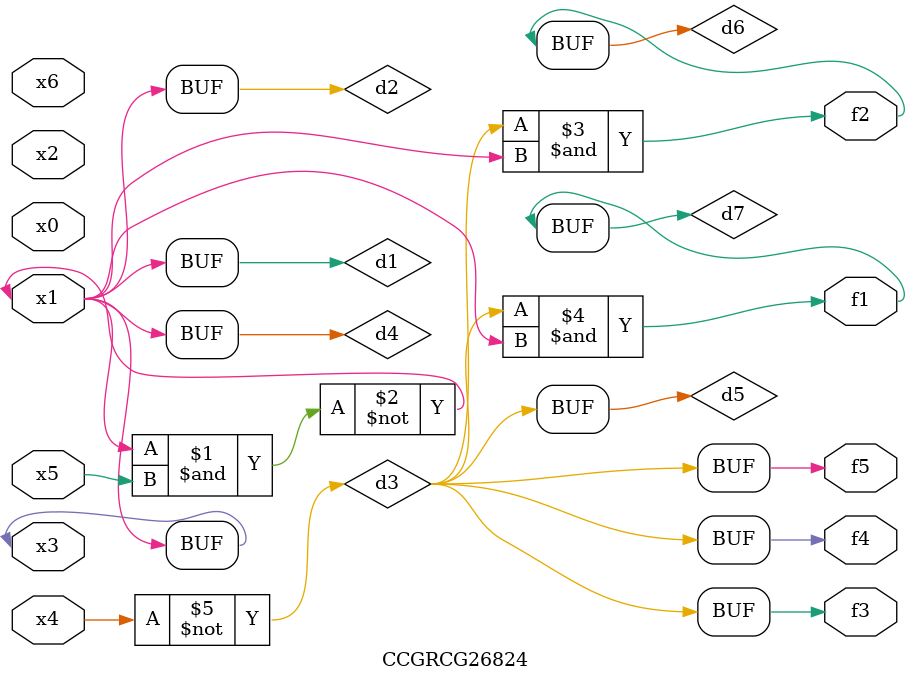
<source format=v>
module CCGRCG26824(
	input x0, x1, x2, x3, x4, x5, x6,
	output f1, f2, f3, f4, f5
);

	wire d1, d2, d3, d4, d5, d6, d7;

	buf (d1, x1, x3);
	nand (d2, x1, x5);
	not (d3, x4);
	buf (d4, d1, d2);
	buf (d5, d3);
	and (d6, d3, d4);
	and (d7, d3, d4);
	assign f1 = d7;
	assign f2 = d6;
	assign f3 = d5;
	assign f4 = d5;
	assign f5 = d5;
endmodule

</source>
